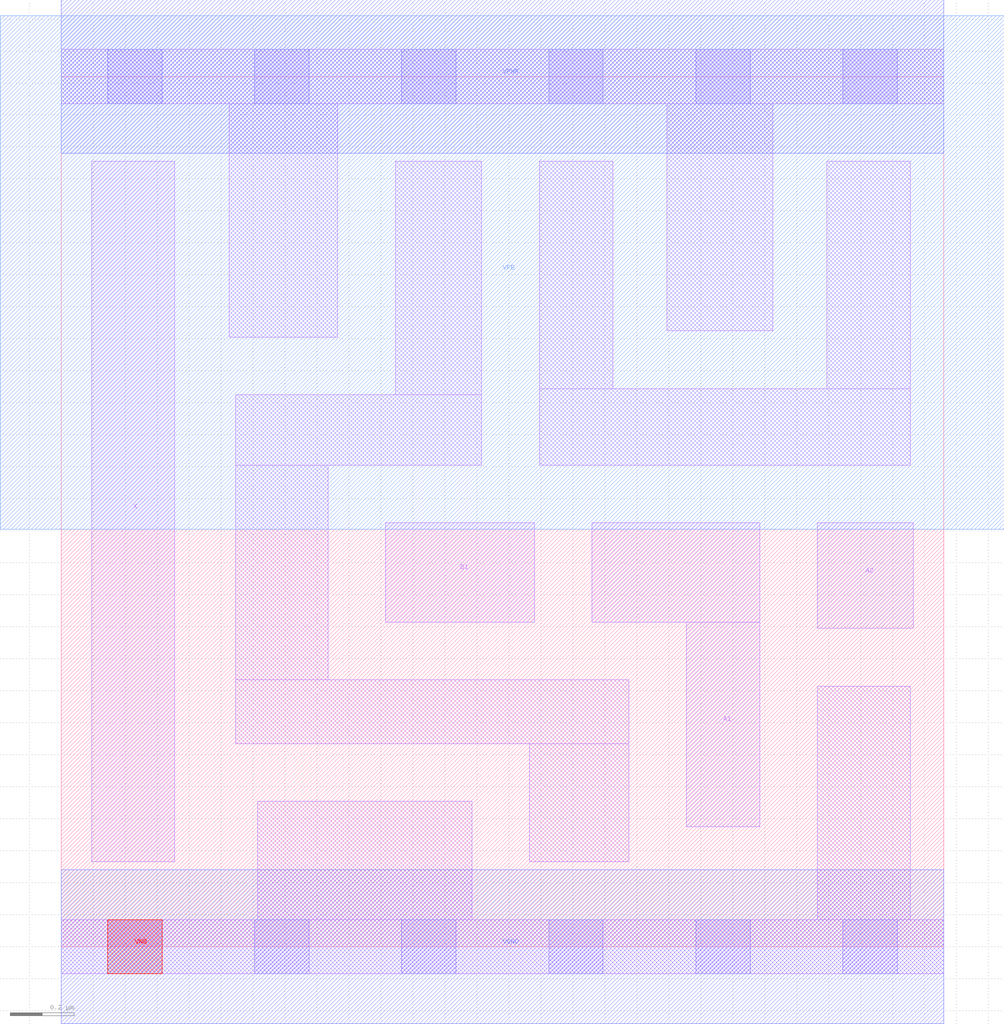
<source format=lef>
# Copyright 2020 The SkyWater PDK Authors
#
# Licensed under the Apache License, Version 2.0 (the "License");
# you may not use this file except in compliance with the License.
# You may obtain a copy of the License at
#
#     https://www.apache.org/licenses/LICENSE-2.0
#
# Unless required by applicable law or agreed to in writing, software
# distributed under the License is distributed on an "AS IS" BASIS,
# WITHOUT WARRANTIES OR CONDITIONS OF ANY KIND, either express or implied.
# See the License for the specific language governing permissions and
# limitations under the License.
#
# SPDX-License-Identifier: Apache-2.0

VERSION 5.7 ;
  NOWIREEXTENSIONATPIN ON ;
  DIVIDERCHAR "/" ;
  BUSBITCHARS "[]" ;
MACRO sky130_fd_sc_hd__a21o_1
  CLASS CORE ;
  FOREIGN sky130_fd_sc_hd__a21o_1 ;
  ORIGIN  0.000000  0.000000 ;
  SIZE  2.760000 BY  2.720000 ;
  SYMMETRY X Y R90 ;
  SITE unithd ;
  PIN A1
    ANTENNAGATEAREA  0.247500 ;
    DIRECTION INPUT ;
    USE SIGNAL ;
    PORT
      LAYER li1 ;
        RECT 1.660000 1.015000 2.185000 1.325000 ;
        RECT 1.955000 0.375000 2.185000 1.015000 ;
    END
  END A1
  PIN A2
    ANTENNAGATEAREA  0.247500 ;
    DIRECTION INPUT ;
    USE SIGNAL ;
    PORT
      LAYER li1 ;
        RECT 2.365000 0.995000 2.665000 1.325000 ;
    END
  END A2
  PIN B1
    ANTENNAGATEAREA  0.247500 ;
    DIRECTION INPUT ;
    USE SIGNAL ;
    PORT
      LAYER li1 ;
        RECT 1.015000 1.015000 1.480000 1.325000 ;
    END
  END B1
  PIN VNB
    PORT
      LAYER pwell ;
        RECT 0.145000 -0.085000 0.315000 0.085000 ;
    END
  END VNB
  PIN VPB
    PORT
      LAYER nwell ;
        RECT -0.190000 1.305000 2.950000 2.910000 ;
    END
  END VPB
  PIN X
    ANTENNADIFFAREA  0.429000 ;
    DIRECTION OUTPUT ;
    USE SIGNAL ;
    PORT
      LAYER li1 ;
        RECT 0.095000 0.265000 0.355000 2.455000 ;
    END
  END X
  PIN VGND
    DIRECTION INOUT ;
    SHAPE ABUTMENT ;
    USE GROUND ;
    PORT
      LAYER met1 ;
        RECT 0.000000 -0.240000 2.760000 0.240000 ;
    END
  END VGND
  PIN VPWR
    DIRECTION INOUT ;
    SHAPE ABUTMENT ;
    USE POWER ;
    PORT
      LAYER met1 ;
        RECT 0.000000 2.480000 2.760000 2.960000 ;
    END
  END VPWR
  OBS
    LAYER li1 ;
      RECT 0.000000 -0.085000 2.760000 0.085000 ;
      RECT 0.000000  2.635000 2.760000 2.805000 ;
      RECT 0.525000  1.905000 0.865000 2.635000 ;
      RECT 0.545000  0.635000 1.775000 0.835000 ;
      RECT 0.545000  0.835000 0.835000 1.505000 ;
      RECT 0.545000  1.505000 1.315000 1.725000 ;
      RECT 0.615000  0.085000 1.285000 0.455000 ;
      RECT 1.045000  1.725000 1.315000 2.455000 ;
      RECT 1.465000  0.265000 1.775000 0.635000 ;
      RECT 1.495000  1.505000 2.655000 1.745000 ;
      RECT 1.495000  1.745000 1.725000 2.455000 ;
      RECT 1.895000  1.925000 2.225000 2.635000 ;
      RECT 2.365000  0.085000 2.655000 0.815000 ;
      RECT 2.395000  1.745000 2.655000 2.455000 ;
    LAYER mcon ;
      RECT 0.145000 -0.085000 0.315000 0.085000 ;
      RECT 0.145000  2.635000 0.315000 2.805000 ;
      RECT 0.605000 -0.085000 0.775000 0.085000 ;
      RECT 0.605000  2.635000 0.775000 2.805000 ;
      RECT 1.065000 -0.085000 1.235000 0.085000 ;
      RECT 1.065000  2.635000 1.235000 2.805000 ;
      RECT 1.525000 -0.085000 1.695000 0.085000 ;
      RECT 1.525000  2.635000 1.695000 2.805000 ;
      RECT 1.985000 -0.085000 2.155000 0.085000 ;
      RECT 1.985000  2.635000 2.155000 2.805000 ;
      RECT 2.445000 -0.085000 2.615000 0.085000 ;
      RECT 2.445000  2.635000 2.615000 2.805000 ;
  END
END sky130_fd_sc_hd__a21o_1
END LIBRARY

</source>
